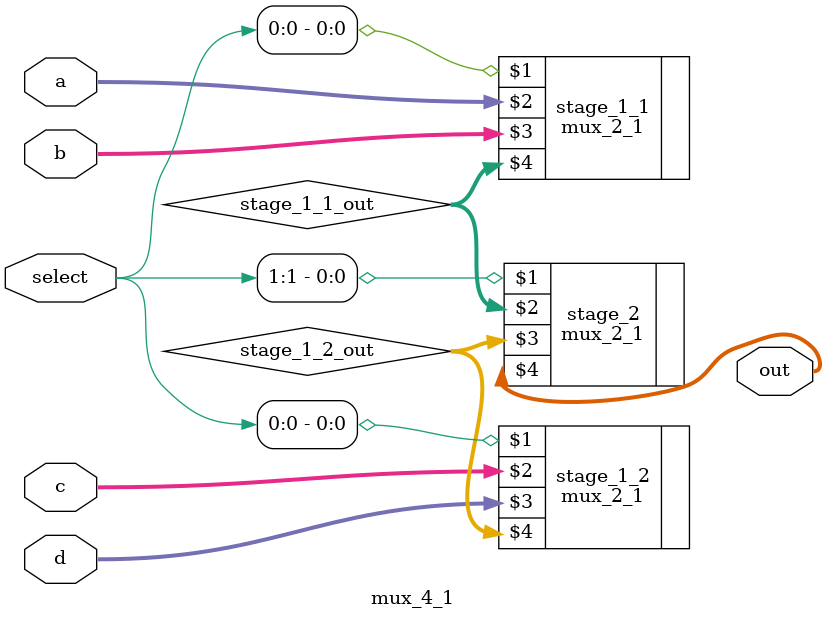
<source format=v>
module mux_4_1 #(parameter bus_size = 32)
	(input [bus_size-1:0] 	a,b,c,d,
		input [1:0] 				select,
		output [bus_size-1:0] out);

	wire [bus_size-1:0] stage_1_1_out;
	wire [bus_size-1:0] stage_1_2_out;
	
	mux_2_1 #(bus_size) stage_1_1(select[0], a,b,stage_1_1_out);
	mux_2_1 #(bus_size) stage_1_2(select[0], c,d, stage_1_2_out);
	
	mux_2_1 #(bus_size) stage_2(select[1],stage_1_1_out,stage_1_2_out, out);

endmodule

</source>
